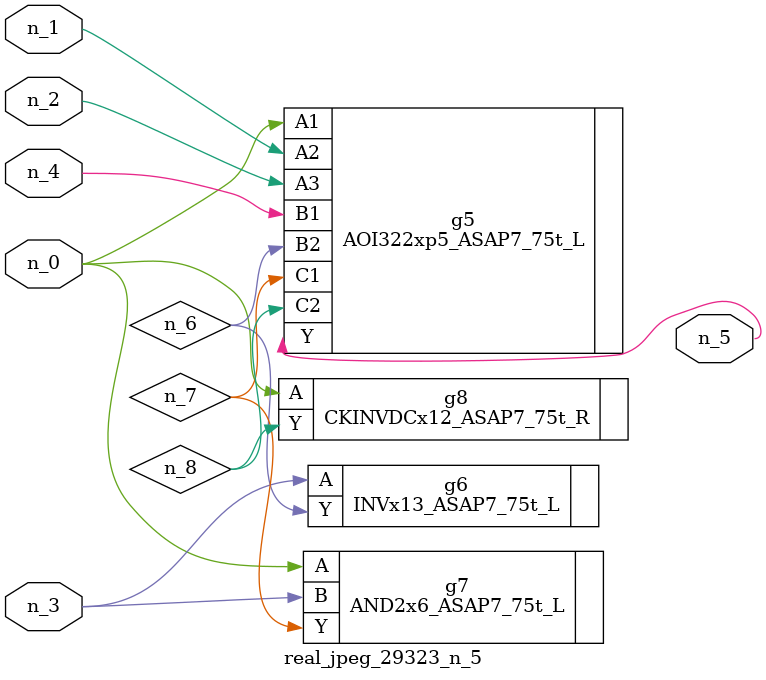
<source format=v>
module real_jpeg_29323_n_5 (n_4, n_0, n_1, n_2, n_3, n_5);

input n_4;
input n_0;
input n_1;
input n_2;
input n_3;

output n_5;

wire n_8;
wire n_6;
wire n_7;

AOI322xp5_ASAP7_75t_L g5 ( 
.A1(n_0),
.A2(n_1),
.A3(n_2),
.B1(n_4),
.B2(n_6),
.C1(n_7),
.C2(n_8),
.Y(n_5)
);

AND2x6_ASAP7_75t_L g7 ( 
.A(n_0),
.B(n_3),
.Y(n_7)
);

CKINVDCx12_ASAP7_75t_R g8 ( 
.A(n_0),
.Y(n_8)
);

INVx13_ASAP7_75t_L g6 ( 
.A(n_3),
.Y(n_6)
);


endmodule
</source>
